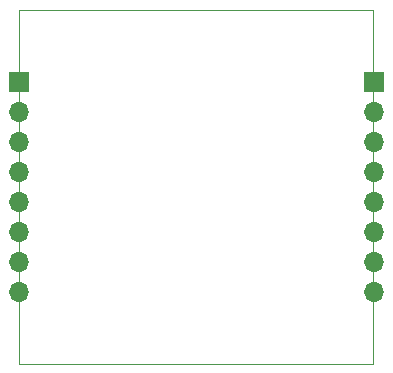
<source format=gbr>
G04 #@! TF.GenerationSoftware,KiCad,Pcbnew,(5.99.0-11522-g728b160719)*
G04 #@! TF.CreationDate,2021-07-25T14:13:55+10:00*
G04 #@! TF.ProjectId,USB-TTL,5553422d-5454-44c2-9e6b-696361645f70,rev?*
G04 #@! TF.SameCoordinates,Original*
G04 #@! TF.FileFunction,Soldermask,Bot*
G04 #@! TF.FilePolarity,Negative*
%FSLAX46Y46*%
G04 Gerber Fmt 4.6, Leading zero omitted, Abs format (unit mm)*
G04 Created by KiCad (PCBNEW (5.99.0-11522-g728b160719)) date 2021-07-25 14:13:55*
%MOMM*%
%LPD*%
G01*
G04 APERTURE LIST*
G04 #@! TA.AperFunction,Profile*
%ADD10C,0.100000*%
G04 #@! TD*
%ADD11R,1.700000X1.700000*%
%ADD12O,1.700000X1.700000*%
G04 APERTURE END LIST*
D10*
X129540000Y-78740000D02*
X159512000Y-78740000D01*
X159512000Y-78740000D02*
X159512000Y-108712000D01*
X159512000Y-108712000D02*
X129540000Y-108712000D01*
X129540000Y-108712000D02*
X129540000Y-78740000D01*
D11*
G04 #@! TO.C,J1*
X129540000Y-84836000D03*
D12*
X129540000Y-87376000D03*
X129540000Y-89916000D03*
X129540000Y-92456000D03*
X129540000Y-94996000D03*
X129540000Y-97536000D03*
X129540000Y-100076000D03*
X129540000Y-102616000D03*
G04 #@! TD*
D11*
G04 #@! TO.C,J2*
X159537000Y-84836000D03*
D12*
X159537000Y-87376000D03*
X159537000Y-89916000D03*
X159537000Y-92456000D03*
X159537000Y-94996000D03*
X159537000Y-97536000D03*
X159537000Y-100076000D03*
X159537000Y-102616000D03*
G04 #@! TD*
M02*

</source>
